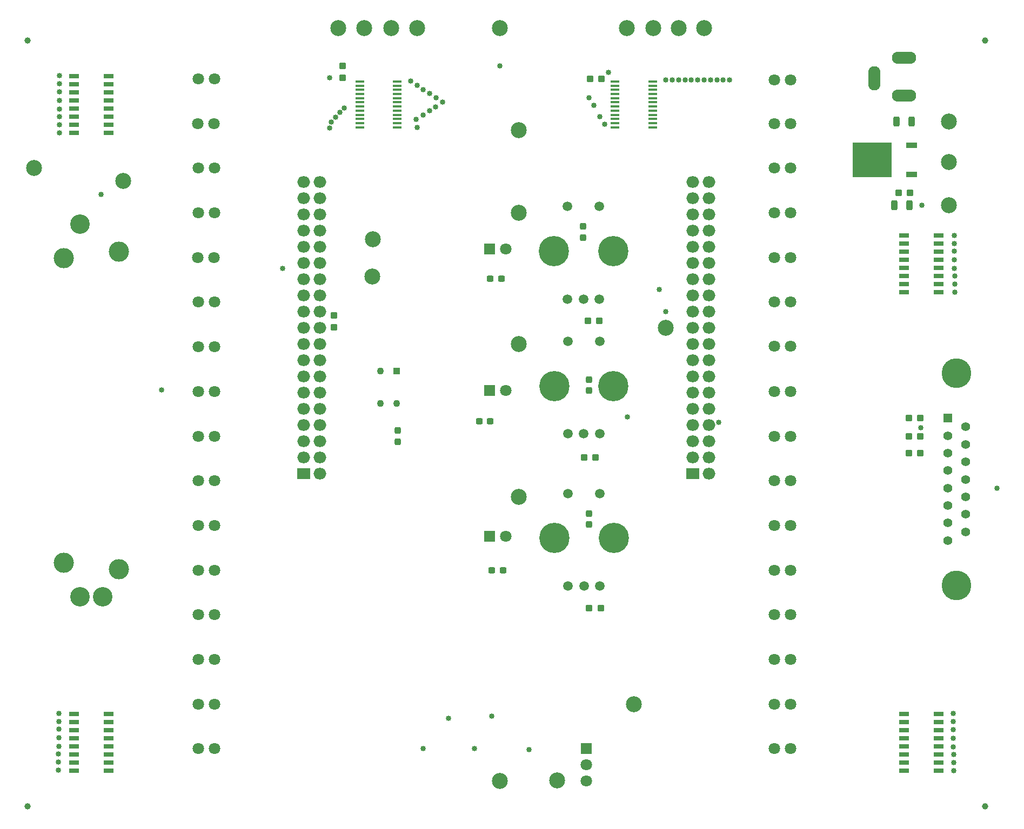
<source format=gbs>
G04*
G04 #@! TF.GenerationSoftware,Altium Limited,Altium Designer,22.7.1 (60)*
G04*
G04 Layer_Color=16711935*
%FSLAX44Y44*%
%MOMM*%
G71*
G04*
G04 #@! TF.SameCoordinates,B875D083-2DC7-4D9C-95C5-8495ED73C8DD*
G04*
G04*
G04 #@! TF.FilePolarity,Negative*
G04*
G01*
G75*
G04:AMPARAMS|DCode=19|XSize=1.05mm|YSize=1.1mm|CornerRadius=0.2625mm|HoleSize=0mm|Usage=FLASHONLY|Rotation=270.000|XOffset=0mm|YOffset=0mm|HoleType=Round|Shape=RoundedRectangle|*
%AMROUNDEDRECTD19*
21,1,1.0500,0.5750,0,0,270.0*
21,1,0.5250,1.1000,0,0,270.0*
1,1,0.5250,-0.2875,-0.2625*
1,1,0.5250,-0.2875,0.2625*
1,1,0.5250,0.2875,0.2625*
1,1,0.5250,0.2875,-0.2625*
%
%ADD19ROUNDEDRECTD19*%
G04:AMPARAMS|DCode=21|XSize=1mm|YSize=1.05mm|CornerRadius=0.25mm|HoleSize=0mm|Usage=FLASHONLY|Rotation=180.000|XOffset=0mm|YOffset=0mm|HoleType=Round|Shape=RoundedRectangle|*
%AMROUNDEDRECTD21*
21,1,1.0000,0.5500,0,0,180.0*
21,1,0.5000,1.0500,0,0,180.0*
1,1,0.5000,-0.2500,0.2750*
1,1,0.5000,0.2500,0.2750*
1,1,0.5000,0.2500,-0.2750*
1,1,0.5000,-0.2500,-0.2750*
%
%ADD21ROUNDEDRECTD21*%
G04:AMPARAMS|DCode=22|XSize=1.05mm|YSize=1.1mm|CornerRadius=0.2625mm|HoleSize=0mm|Usage=FLASHONLY|Rotation=0.000|XOffset=0mm|YOffset=0mm|HoleType=Round|Shape=RoundedRectangle|*
%AMROUNDEDRECTD22*
21,1,1.0500,0.5750,0,0,0.0*
21,1,0.5250,1.1000,0,0,0.0*
1,1,0.5250,0.2625,-0.2875*
1,1,0.5250,-0.2625,-0.2875*
1,1,0.5250,-0.2625,0.2875*
1,1,0.5250,0.2625,0.2875*
%
%ADD22ROUNDEDRECTD22*%
%ADD24O,2.0000X1.8000*%
%ADD25R,2.0000X1.8000*%
%ADD26C,4.6500*%
%ADD27C,1.4000*%
%ADD28R,1.4000X1.4000*%
%ADD29C,1.5000*%
%ADD30C,4.7400*%
%ADD31C,1.8000*%
%ADD32R,1.8000X1.8000*%
%ADD33C,1.1000*%
%ADD34R,1.1000X1.1000*%
%ADD35C,3.1750*%
%ADD36C,3.0480*%
%ADD37C,2.5000*%
%ADD38O,3.8000X1.9000*%
%ADD39O,1.9000X3.8000*%
%ADD40R,1.8000X1.8000*%
%ADD41C,1.0000*%
%ADD42C,0.8500*%
G04:AMPARAMS|DCode=43|XSize=1mm|YSize=1.05mm|CornerRadius=0.25mm|HoleSize=0mm|Usage=FLASHONLY|Rotation=270.000|XOffset=0mm|YOffset=0mm|HoleType=Round|Shape=RoundedRectangle|*
%AMROUNDEDRECTD43*
21,1,1.0000,0.5500,0,0,270.0*
21,1,0.5000,1.0500,0,0,270.0*
1,1,0.5000,-0.2750,-0.2500*
1,1,0.5000,-0.2750,0.2500*
1,1,0.5000,0.2750,0.2500*
1,1,0.5000,0.2750,-0.2500*
%
%ADD43ROUNDEDRECTD43*%
%ADD44R,1.8000X0.9000*%
%ADD45R,6.2000X5.4500*%
G04:AMPARAMS|DCode=46|XSize=1.55mm|YSize=0.95mm|CornerRadius=0.2375mm|HoleSize=0mm|Usage=FLASHONLY|Rotation=270.000|XOffset=0mm|YOffset=0mm|HoleType=Round|Shape=RoundedRectangle|*
%AMROUNDEDRECTD46*
21,1,1.5500,0.4750,0,0,270.0*
21,1,1.0750,0.9500,0,0,270.0*
1,1,0.4750,-0.2375,-0.5375*
1,1,0.4750,-0.2375,0.5375*
1,1,0.4750,0.2375,0.5375*
1,1,0.4750,0.2375,-0.5375*
%
%ADD46ROUNDEDRECTD46*%
%ADD47R,1.4750X0.4500*%
%ADD48R,1.5250X0.7000*%
D19*
X-670000Y360000D02*
D03*
X-652000D02*
D03*
X-678000Y596800D02*
D03*
X-660000D02*
D03*
X-672276Y810943D02*
D03*
X-654276D02*
D03*
X-151000Y658100D02*
D03*
X-169000D02*
D03*
Y603300D02*
D03*
X-151000D02*
D03*
Y630000D02*
D03*
X-169000D02*
D03*
X-167500Y1011835D02*
D03*
X-185500D02*
D03*
X-669000Y1190000D02*
D03*
X-651000D02*
D03*
D21*
X-670000Y508750D02*
D03*
Y491250D02*
D03*
Y718750D02*
D03*
Y701250D02*
D03*
X-680000Y958750D02*
D03*
Y941250D02*
D03*
X-970000Y638750D02*
D03*
Y621250D02*
D03*
D22*
X-1056546Y1210000D02*
D03*
Y1192000D02*
D03*
X-1070000Y801000D02*
D03*
Y819000D02*
D03*
D24*
X-1117500Y876200D02*
D03*
Y850800D02*
D03*
Y825400D02*
D03*
Y774600D02*
D03*
Y749200D02*
D03*
Y723800D02*
D03*
Y698400D02*
D03*
Y673000D02*
D03*
Y647600D02*
D03*
Y977800D02*
D03*
Y1028600D02*
D03*
Y1003200D02*
D03*
Y622200D02*
D03*
Y596800D02*
D03*
Y901600D02*
D03*
Y952400D02*
D03*
Y927000D02*
D03*
Y800000D02*
D03*
X-1092100D02*
D03*
Y927000D02*
D03*
Y952400D02*
D03*
Y901600D02*
D03*
Y596800D02*
D03*
Y622200D02*
D03*
Y1003200D02*
D03*
Y1028600D02*
D03*
Y977800D02*
D03*
Y647600D02*
D03*
Y673000D02*
D03*
Y698400D02*
D03*
Y723800D02*
D03*
Y749200D02*
D03*
Y774600D02*
D03*
Y825400D02*
D03*
Y850800D02*
D03*
Y876200D02*
D03*
Y571400D02*
D03*
X-482500D02*
D03*
Y876200D02*
D03*
Y850800D02*
D03*
Y825400D02*
D03*
Y774600D02*
D03*
Y749200D02*
D03*
Y723800D02*
D03*
Y698400D02*
D03*
Y673000D02*
D03*
Y647600D02*
D03*
Y977800D02*
D03*
Y1028600D02*
D03*
Y1003200D02*
D03*
Y622200D02*
D03*
Y596800D02*
D03*
Y901600D02*
D03*
Y952400D02*
D03*
Y927000D02*
D03*
Y800000D02*
D03*
X-507900D02*
D03*
Y927000D02*
D03*
Y952400D02*
D03*
Y901600D02*
D03*
Y596800D02*
D03*
Y622200D02*
D03*
Y1003200D02*
D03*
Y1028600D02*
D03*
Y977800D02*
D03*
Y647600D02*
D03*
Y673000D02*
D03*
Y698400D02*
D03*
Y723800D02*
D03*
Y749200D02*
D03*
Y774600D02*
D03*
Y825400D02*
D03*
Y850800D02*
D03*
Y876200D02*
D03*
D25*
X-1117500Y571400D02*
D03*
X-507900D02*
D03*
D26*
X-94200Y395600D02*
D03*
Y728800D02*
D03*
D27*
X-80000Y480000D02*
D03*
Y507400D02*
D03*
Y534800D02*
D03*
Y562200D02*
D03*
Y589600D02*
D03*
Y617000D02*
D03*
Y644400D02*
D03*
X-108400Y466300D02*
D03*
Y493700D02*
D03*
Y521100D02*
D03*
Y548500D02*
D03*
Y575900D02*
D03*
Y603300D02*
D03*
Y630700D02*
D03*
D28*
Y658100D02*
D03*
D29*
X-704000Y845000D02*
D03*
X-679000D02*
D03*
X-654000D02*
D03*
X-704000Y990000D02*
D03*
X-654000D02*
D03*
X-703225Y394991D02*
D03*
X-678225D02*
D03*
X-653225D02*
D03*
X-703225Y539991D02*
D03*
X-653225D02*
D03*
X-703448Y633400D02*
D03*
X-678448D02*
D03*
X-653448D02*
D03*
X-703448Y778400D02*
D03*
X-653448D02*
D03*
D30*
X-725500Y920000D02*
D03*
X-632500D02*
D03*
X-724725Y469991D02*
D03*
X-631725D02*
D03*
X-724948Y708400D02*
D03*
X-631948D02*
D03*
D31*
X-800598Y472831D02*
D03*
Y701135D02*
D03*
Y923431D02*
D03*
X-380001Y140000D02*
D03*
X-354601D02*
D03*
X-380001Y210000D02*
D03*
X-354601D02*
D03*
X-380001Y280000D02*
D03*
X-354601D02*
D03*
X-380001Y350000D02*
D03*
X-354601D02*
D03*
X-380001Y420000D02*
D03*
X-354601D02*
D03*
X-380001Y490000D02*
D03*
X-354601D02*
D03*
X-380001Y560000D02*
D03*
X-354601D02*
D03*
X-380001Y630000D02*
D03*
X-354601D02*
D03*
X-380001Y700000D02*
D03*
X-354601D02*
D03*
Y771063D02*
D03*
X-380001D02*
D03*
X-380001Y840000D02*
D03*
X-354601D02*
D03*
X-380001Y910000D02*
D03*
X-354601D02*
D03*
X-380001Y980000D02*
D03*
X-354601D02*
D03*
X-380001Y1050000D02*
D03*
X-354601D02*
D03*
X-380001Y1120000D02*
D03*
X-354601D02*
D03*
X-380001Y1188046D02*
D03*
X-354601D02*
D03*
X-1283005Y1120000D02*
D03*
X-1257605D02*
D03*
X-1282700Y140000D02*
D03*
X-1257300D02*
D03*
X-1282700Y210000D02*
D03*
X-1257300D02*
D03*
X-1282700Y280000D02*
D03*
X-1257300D02*
D03*
X-1282700Y350000D02*
D03*
X-1257300D02*
D03*
X-1282700Y420000D02*
D03*
X-1257300D02*
D03*
X-1282700Y490000D02*
D03*
X-1257300D02*
D03*
X-1282700Y560000D02*
D03*
X-1257300D02*
D03*
X-1282700Y630000D02*
D03*
X-1257300D02*
D03*
X-1282700Y700000D02*
D03*
X-1257300D02*
D03*
X-1282700Y770000D02*
D03*
X-1257300D02*
D03*
X-1282700Y840000D02*
D03*
X-1257300D02*
D03*
X-1283005Y910000D02*
D03*
X-1257605D02*
D03*
X-1282700Y980000D02*
D03*
X-1257300D02*
D03*
X-1282700Y1050000D02*
D03*
X-1257300D02*
D03*
X-1282700Y1190000D02*
D03*
X-1257300D02*
D03*
X-674600Y114600D02*
D03*
Y89200D02*
D03*
D32*
X-825998Y472831D02*
D03*
Y701135D02*
D03*
Y923431D02*
D03*
D33*
X-996940Y680900D02*
D03*
Y731700D02*
D03*
X-971540Y680900D02*
D03*
D34*
Y731700D02*
D03*
D35*
X-1493180Y908760D02*
D03*
Y431240D02*
D03*
X-1406820Y918920D02*
D03*
Y421080D02*
D03*
D36*
X-1432220Y377900D02*
D03*
X-1467780Y962100D02*
D03*
Y377900D02*
D03*
D37*
X-780000Y534990D02*
D03*
Y774541D02*
D03*
X-780000Y980000D02*
D03*
X-1400000Y1030000D02*
D03*
X-550000Y800000D02*
D03*
X-1009067Y938393D02*
D03*
X-1010000Y880000D02*
D03*
X-720000Y90000D02*
D03*
X-810000Y89200D02*
D03*
X-490000Y1270000D02*
D03*
X-530000D02*
D03*
X-570000D02*
D03*
X-810000D02*
D03*
X-940000D02*
D03*
X-980000D02*
D03*
X-1022287D02*
D03*
X-1063341D02*
D03*
X-611407D02*
D03*
X-106500Y1123262D02*
D03*
X-780000Y1110000D02*
D03*
X-106500Y1060000D02*
D03*
X-600000Y209974D02*
D03*
X-1540000Y1050000D02*
D03*
X-106500Y992039D02*
D03*
D38*
X-177120Y1164160D02*
D03*
Y1223460D02*
D03*
D39*
X-223620Y1190960D02*
D03*
D40*
X-674600Y140000D02*
D03*
D41*
X-1550000Y1250000D02*
D03*
X-50000Y50000D02*
D03*
X-1550000D02*
D03*
X-50000Y1250000D02*
D03*
D42*
X-467289Y651551D02*
D03*
X-1077000Y1192000D02*
D03*
X-560000Y860000D02*
D03*
X-550000Y825400D02*
D03*
X-610000Y660000D02*
D03*
X-31002Y548500D02*
D03*
X-764489Y138675D02*
D03*
X-890899Y187923D02*
D03*
X-1150000Y892653D02*
D03*
X-99591Y195119D02*
D03*
X-99321Y182422D02*
D03*
X-150856Y642992D02*
D03*
X-97902Y944944D02*
D03*
X-97092Y855249D02*
D03*
Y868017D02*
D03*
X-97632Y932246D02*
D03*
Y906116D02*
D03*
Y919766D02*
D03*
X-97092Y880716D02*
D03*
X-97632Y892802D02*
D03*
X-822750Y191250D02*
D03*
X-850000Y140000D02*
D03*
X-930625Y140000D02*
D03*
X-645502Y1119146D02*
D03*
X-653686Y1131101D02*
D03*
X-662522Y1148729D02*
D03*
X-670000Y1160374D02*
D03*
X-940958Y1126730D02*
D03*
X-810000Y1210000D02*
D03*
X-98781Y105424D02*
D03*
Y130892D02*
D03*
Y118192D02*
D03*
X-99321Y169942D02*
D03*
Y156292D02*
D03*
X-640000Y1200000D02*
D03*
X-1340000Y702700D02*
D03*
X-1435050Y1008981D02*
D03*
X-99321Y142977D02*
D03*
X-1501561Y105933D02*
D03*
Y118701D02*
D03*
Y131401D02*
D03*
X-1501020Y143486D02*
D03*
Y156801D02*
D03*
Y170451D02*
D03*
Y182931D02*
D03*
X-1500750Y195629D02*
D03*
X-1499689Y1195178D02*
D03*
X-1499959Y1182480D02*
D03*
Y1170000D02*
D03*
Y1156350D02*
D03*
Y1143035D02*
D03*
X-1500500Y1130950D02*
D03*
Y1118250D02*
D03*
Y1105482D02*
D03*
X-450000Y1188046D02*
D03*
X-460000D02*
D03*
X-470000D02*
D03*
X-480000D02*
D03*
X-490000D02*
D03*
X-500000D02*
D03*
X-510000D02*
D03*
X-520000D02*
D03*
X-530000D02*
D03*
X-540000D02*
D03*
X-550000D02*
D03*
X-148477Y992039D02*
D03*
X-940000Y1114250D02*
D03*
X-1054047Y1144598D02*
D03*
X-1077000Y1112818D02*
D03*
X-1061014Y1137425D02*
D03*
X-1074251Y1122432D02*
D03*
X-1067635Y1129931D02*
D03*
X-920000Y1139730D02*
D03*
X-910497Y1146230D02*
D03*
X-930000Y1133230D02*
D03*
X-910000Y1160374D02*
D03*
X-920000Y1167290D02*
D03*
X-900000Y1153250D02*
D03*
X-950000Y1186270D02*
D03*
X-940000Y1180000D02*
D03*
X-930000Y1173397D02*
D03*
D43*
X-805081Y419761D02*
D03*
X-822581D02*
D03*
X-842470Y653375D02*
D03*
X-824970D02*
D03*
X-807615Y876839D02*
D03*
X-825115D02*
D03*
D44*
X-164500Y1086062D02*
D03*
Y1040462D02*
D03*
D45*
X-226500Y1063262D02*
D03*
D46*
X-191978Y992039D02*
D03*
X-168477D02*
D03*
X-188250Y1123262D02*
D03*
X-164750D02*
D03*
D47*
X-1029380Y1185750D02*
D03*
Y1179250D02*
D03*
Y1172750D02*
D03*
Y1166250D02*
D03*
Y1159750D02*
D03*
Y1153250D02*
D03*
Y1146750D02*
D03*
Y1140250D02*
D03*
Y1133750D02*
D03*
Y1127250D02*
D03*
Y1120750D02*
D03*
Y1114250D02*
D03*
X-970620D02*
D03*
Y1120750D02*
D03*
Y1127250D02*
D03*
Y1133750D02*
D03*
Y1140250D02*
D03*
Y1146750D02*
D03*
Y1153250D02*
D03*
Y1159750D02*
D03*
Y1166250D02*
D03*
Y1172750D02*
D03*
Y1179250D02*
D03*
Y1185750D02*
D03*
X-629380D02*
D03*
Y1179250D02*
D03*
Y1172750D02*
D03*
Y1166250D02*
D03*
Y1159750D02*
D03*
Y1153250D02*
D03*
Y1146750D02*
D03*
Y1140250D02*
D03*
Y1133750D02*
D03*
Y1127250D02*
D03*
Y1120750D02*
D03*
Y1114250D02*
D03*
X-570620D02*
D03*
Y1120750D02*
D03*
Y1127250D02*
D03*
Y1133750D02*
D03*
Y1140250D02*
D03*
Y1146750D02*
D03*
Y1153250D02*
D03*
Y1159750D02*
D03*
Y1166250D02*
D03*
Y1172750D02*
D03*
Y1179250D02*
D03*
Y1185750D02*
D03*
D48*
X-122880Y944450D02*
D03*
Y931750D02*
D03*
Y919050D02*
D03*
Y906350D02*
D03*
Y893650D02*
D03*
Y880950D02*
D03*
Y868250D02*
D03*
Y855550D02*
D03*
X-177120D02*
D03*
Y868250D02*
D03*
Y880950D02*
D03*
Y893650D02*
D03*
Y906350D02*
D03*
Y919050D02*
D03*
Y931750D02*
D03*
Y944450D02*
D03*
X-122880Y194450D02*
D03*
Y181750D02*
D03*
Y169050D02*
D03*
Y156350D02*
D03*
Y143650D02*
D03*
Y130950D02*
D03*
Y118250D02*
D03*
Y105550D02*
D03*
X-177120D02*
D03*
Y118250D02*
D03*
Y130950D02*
D03*
Y143650D02*
D03*
Y156350D02*
D03*
Y169050D02*
D03*
Y181750D02*
D03*
Y194450D02*
D03*
X-1477120Y105550D02*
D03*
Y118250D02*
D03*
Y130950D02*
D03*
Y143650D02*
D03*
Y156350D02*
D03*
Y169050D02*
D03*
Y181750D02*
D03*
Y194450D02*
D03*
X-1422880D02*
D03*
Y181750D02*
D03*
Y169050D02*
D03*
Y156350D02*
D03*
Y143650D02*
D03*
Y130950D02*
D03*
Y118250D02*
D03*
Y105550D02*
D03*
X-1477120Y1105550D02*
D03*
Y1118250D02*
D03*
Y1130950D02*
D03*
Y1143650D02*
D03*
Y1156350D02*
D03*
Y1169050D02*
D03*
Y1181750D02*
D03*
Y1194450D02*
D03*
X-1422880D02*
D03*
Y1181750D02*
D03*
Y1169050D02*
D03*
Y1156350D02*
D03*
Y1143650D02*
D03*
Y1130950D02*
D03*
Y1118250D02*
D03*
Y1105550D02*
D03*
M02*

</source>
